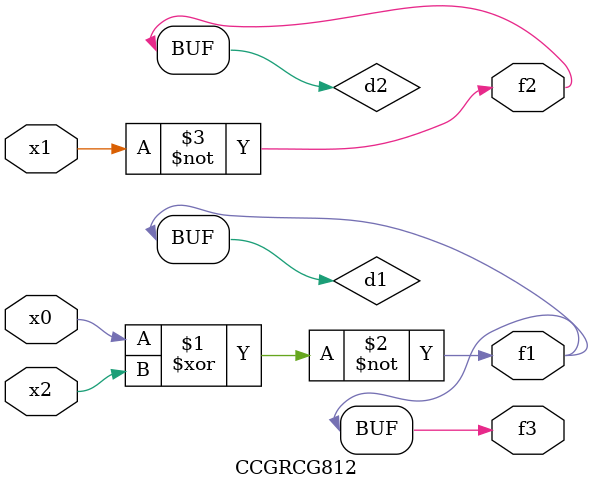
<source format=v>
module CCGRCG812(
	input x0, x1, x2,
	output f1, f2, f3
);

	wire d1, d2, d3;

	xnor (d1, x0, x2);
	nand (d2, x1);
	nor (d3, x1, x2);
	assign f1 = d1;
	assign f2 = d2;
	assign f3 = d1;
endmodule

</source>
